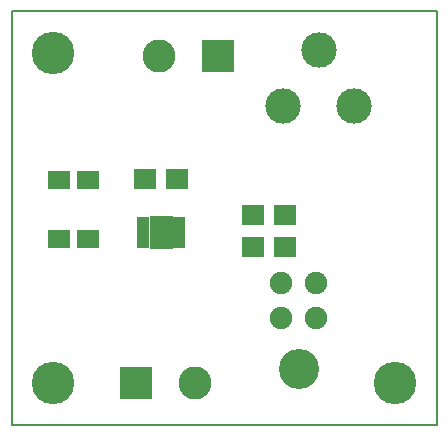
<source format=gbr>
G04 #@! TF.FileFunction,Soldermask,Top*
%FSLAX46Y46*%
G04 Gerber Fmt 4.6, Leading zero omitted, Abs format (unit mm)*
G04 Created by KiCad (PCBNEW 4.0.7) date 05/14/18 21:45:13*
%MOMM*%
%LPD*%
G01*
G04 APERTURE LIST*
%ADD10C,0.100000*%
%ADD11C,0.150000*%
%ADD12R,1.900000X1.650000*%
%ADD13R,1.900000X1.700000*%
%ADD14R,1.050000X0.700000*%
%ADD15R,1.175000X1.640000*%
%ADD16C,3.600000*%
%ADD17C,3.000000*%
%ADD18R,2.800000X2.800000*%
%ADD19C,2.800000*%
%ADD20C,3.400000*%
%ADD21C,1.900000*%
G04 APERTURE END LIST*
D10*
D11*
X161000000Y-117000000D02*
X161000000Y-82000000D01*
X125000000Y-117000000D02*
X125000000Y-82000000D01*
X125000000Y-82000000D02*
X161000000Y-82000000D01*
X125000000Y-117000000D02*
X161000000Y-117000000D01*
D12*
X131500000Y-96250000D03*
X129000000Y-96250000D03*
X131500000Y-101250000D03*
X129000000Y-101250000D03*
D13*
X139018000Y-96154000D03*
X136318000Y-96154000D03*
X145462000Y-99202000D03*
X148162000Y-99202000D03*
X145450000Y-101950000D03*
X148150000Y-101950000D03*
D14*
X136118000Y-99726000D03*
X136118000Y-100226000D03*
X136118000Y-100726000D03*
X136118000Y-101226000D03*
X136118000Y-101726000D03*
X139218000Y-101726000D03*
X139218000Y-101226000D03*
X139218000Y-100726000D03*
X139218000Y-100226000D03*
X139218000Y-99726000D03*
D15*
X138055500Y-101346000D03*
X138055500Y-100106000D03*
X137280500Y-101346000D03*
X137280500Y-100106000D03*
D16*
X128500000Y-85500000D03*
X128500000Y-113500000D03*
X157500000Y-113500000D03*
D17*
X148000000Y-90000000D03*
X154000000Y-90000000D03*
X151000000Y-85300000D03*
D18*
X142500000Y-85800000D03*
D19*
X137500000Y-85800000D03*
D20*
X149300000Y-112320000D03*
D21*
X150800000Y-108000000D03*
X147800000Y-108000000D03*
X150800000Y-105000000D03*
X147800000Y-105000000D03*
D18*
X135500000Y-113500000D03*
D19*
X140500000Y-113500000D03*
M02*

</source>
